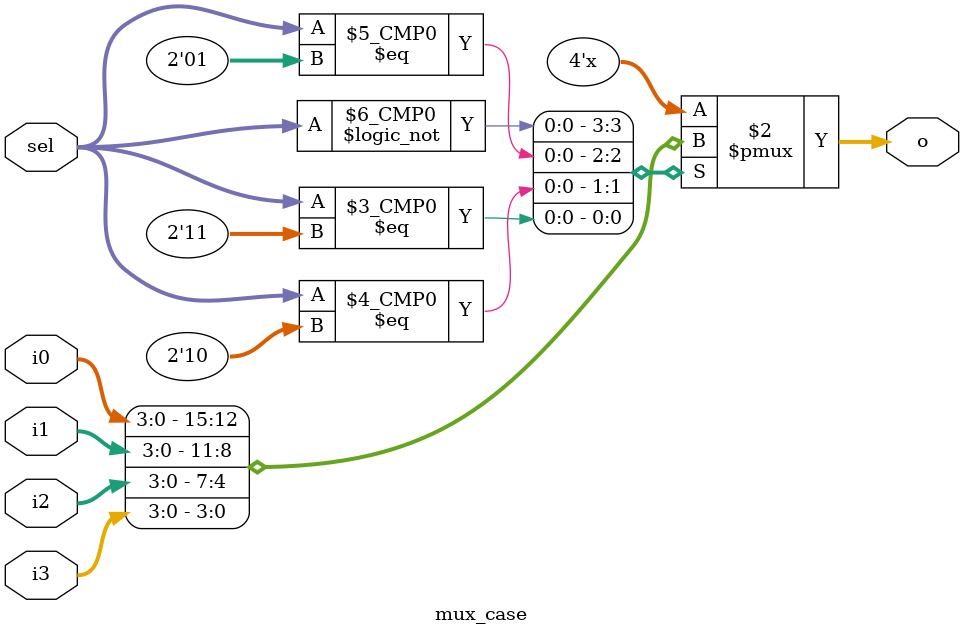
<source format=v>
module mux_case #(
    parameter width = 4,
    parameter swidth = 2
)(
    input wire [width-1:0] i0,
    input wire [width-1:0] i1,
    input wire [width-1:0] i2,
    input wire [width-1:0] i3,
    input wire [swidth-1:0] sel,
    output reg [width-1:0] o
);

    always @(*) begin
        case(sel)
            2'b00: o = i0;
            2'b01: o = i1;
            2'b10: o = i2;
            2'b11: o = i3;
            default: o = 4'h0;
        endcase
    end

endmodule

</source>
